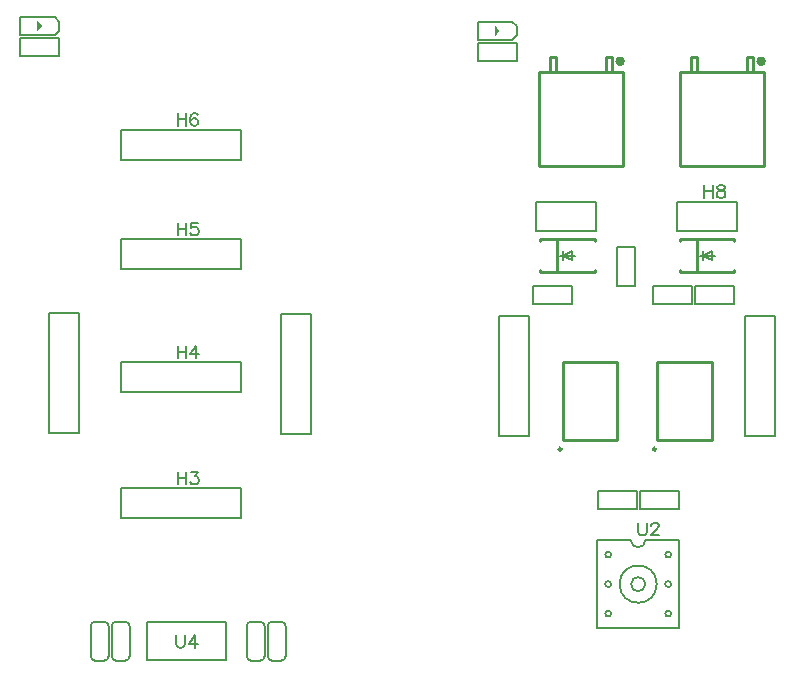
<source format=gto>
G04 Layer: TopSilkLayer*
G04 EasyEDA v6.4.19.4, 2021-06-11T14:51:01+08:00*
G04 1c108e45da03483e8fe651057a321652,2444bf6f38dc4a26b464d521983d9d6f,10*
G04 Gerber Generator version 0.2*
G04 Scale: 100 percent, Rotated: No, Reflected: No *
G04 Dimensions in millimeters *
G04 leading zeros omitted , absolute positions ,4 integer and 5 decimal *
%FSLAX45Y45*%
%MOMM*%

%ADD10C,0.2540*%
%ADD24C,0.4000*%
%ADD29C,0.1270*%
%ADD30C,0.2032*%
%ADD31C,0.2030*%
%ADD32C,0.2000*%
%ADD33C,0.2007*%
%ADD34C,0.1524*%

%LPD*%
D34*
X6197600Y8040115D02*
G01*
X6197600Y7931150D01*
X6270243Y8040115D02*
G01*
X6270243Y7931150D01*
X6197600Y7988300D02*
G01*
X6270243Y7988300D01*
X6330695Y8040115D02*
G01*
X6314947Y8035036D01*
X6309868Y8024621D01*
X6309868Y8014208D01*
X6314947Y8003794D01*
X6325361Y7998460D01*
X6346190Y7993379D01*
X6361684Y7988300D01*
X6372097Y7977886D01*
X6377431Y7967471D01*
X6377431Y7951723D01*
X6372097Y7941310D01*
X6367018Y7936229D01*
X6351270Y7931150D01*
X6330695Y7931150D01*
X6314947Y7936229D01*
X6309868Y7941310D01*
X6304534Y7951723D01*
X6304534Y7967471D01*
X6309868Y7977886D01*
X6320281Y7988300D01*
X6335775Y7993379D01*
X6356604Y7998460D01*
X6367018Y8003794D01*
X6372097Y8014208D01*
X6372097Y8024621D01*
X6367018Y8035036D01*
X6351270Y8040115D01*
X6330695Y8040115D01*
X5638800Y5182615D02*
G01*
X5638800Y5104637D01*
X5643879Y5089144D01*
X5654293Y5078729D01*
X5670041Y5073650D01*
X5680456Y5073650D01*
X5695950Y5078729D01*
X5706363Y5089144D01*
X5711443Y5104637D01*
X5711443Y5182615D01*
X5751068Y5156707D02*
G01*
X5751068Y5161787D01*
X5756147Y5172202D01*
X5761481Y5177536D01*
X5771895Y5182615D01*
X5792470Y5182615D01*
X5802884Y5177536D01*
X5808218Y5172202D01*
X5813297Y5161787D01*
X5813297Y5151373D01*
X5808218Y5140960D01*
X5797804Y5125465D01*
X5745734Y5073650D01*
X5818631Y5073650D01*
X1739900Y5614415D02*
G01*
X1739900Y5505450D01*
X1812544Y5614415D02*
G01*
X1812544Y5505450D01*
X1739900Y5562600D02*
G01*
X1812544Y5562600D01*
X1857247Y5614415D02*
G01*
X1914397Y5614415D01*
X1883410Y5572760D01*
X1898904Y5572760D01*
X1909318Y5567679D01*
X1914397Y5562600D01*
X1919731Y5546852D01*
X1919731Y5536437D01*
X1914397Y5520944D01*
X1903984Y5510529D01*
X1888489Y5505450D01*
X1872995Y5505450D01*
X1857247Y5510529D01*
X1852168Y5515610D01*
X1846834Y5526023D01*
X1739900Y6681215D02*
G01*
X1739900Y6572250D01*
X1812544Y6681215D02*
G01*
X1812544Y6572250D01*
X1739900Y6629400D02*
G01*
X1812544Y6629400D01*
X1898904Y6681215D02*
G01*
X1846834Y6608571D01*
X1924812Y6608571D01*
X1898904Y6681215D02*
G01*
X1898904Y6572250D01*
X1739900Y7722615D02*
G01*
X1739900Y7613650D01*
X1812544Y7722615D02*
G01*
X1812544Y7613650D01*
X1739900Y7670800D02*
G01*
X1812544Y7670800D01*
X1909318Y7722615D02*
G01*
X1857247Y7722615D01*
X1852168Y7675879D01*
X1857247Y7680960D01*
X1872995Y7686294D01*
X1888489Y7686294D01*
X1903984Y7680960D01*
X1914397Y7670800D01*
X1919731Y7655052D01*
X1919731Y7644637D01*
X1914397Y7629144D01*
X1903984Y7618729D01*
X1888489Y7613650D01*
X1872995Y7613650D01*
X1857247Y7618729D01*
X1852168Y7623810D01*
X1846834Y7634223D01*
X1739900Y8649715D02*
G01*
X1739900Y8540750D01*
X1812544Y8649715D02*
G01*
X1812544Y8540750D01*
X1739900Y8597900D02*
G01*
X1812544Y8597900D01*
X1909318Y8634221D02*
G01*
X1903984Y8644636D01*
X1888489Y8649715D01*
X1878076Y8649715D01*
X1862581Y8644636D01*
X1852168Y8628887D01*
X1846834Y8602979D01*
X1846834Y8577071D01*
X1852168Y8556244D01*
X1862581Y8545829D01*
X1878076Y8540750D01*
X1883410Y8540750D01*
X1898904Y8545829D01*
X1909318Y8556244D01*
X1914397Y8571737D01*
X1914397Y8577071D01*
X1909318Y8592565D01*
X1898904Y8602979D01*
X1883410Y8608060D01*
X1878076Y8608060D01*
X1862581Y8602979D01*
X1852168Y8592565D01*
X1846834Y8577071D01*
X1727200Y4230115D02*
G01*
X1727200Y4152137D01*
X1732279Y4136644D01*
X1742694Y4126229D01*
X1758442Y4121150D01*
X1768855Y4121150D01*
X1784350Y4126229D01*
X1794763Y4136644D01*
X1799844Y4152137D01*
X1799844Y4230115D01*
X1886204Y4230115D02*
G01*
X1834134Y4157471D01*
X1912112Y4157471D01*
X1886204Y4230115D02*
G01*
X1886204Y4121150D01*
G36*
X4425950Y9398000D02*
G01*
X4425950Y9296400D01*
X4464050Y9347200D01*
G37*
G36*
X552450Y9436100D02*
G01*
X552450Y9334500D01*
X590550Y9385300D01*
G37*
D29*
X6285738Y7442200D02*
G01*
X6158738Y7442200D01*
X6260338Y7442200D02*
G01*
X6260338Y7480300D01*
X6260338Y7480300D02*
G01*
X6184138Y7442200D01*
X6184138Y7442200D02*
G01*
X6184138Y7480300D01*
X6260338Y7442200D02*
G01*
X6260338Y7404100D01*
X6260338Y7404100D02*
G01*
X6184138Y7442200D01*
X6184138Y7442200D02*
G01*
X6184138Y7404100D01*
D10*
X6136640Y7302202D02*
G01*
X6136640Y7582199D01*
X5993002Y7582197D02*
G01*
X6452999Y7582199D01*
X5993002Y7302202D02*
G01*
X6452999Y7302200D01*
X5993002Y7582197D02*
G01*
X5993002Y7565313D01*
X5993002Y7319086D02*
G01*
X5993002Y7302202D01*
X6452999Y7582199D02*
G01*
X6452999Y7565313D01*
X6452999Y7319086D02*
G01*
X6452999Y7302200D01*
D29*
X5104638Y7442200D02*
G01*
X4977638Y7442200D01*
X5079238Y7442200D02*
G01*
X5079238Y7480300D01*
X5079238Y7480300D02*
G01*
X5003038Y7442200D01*
X5003038Y7442200D02*
G01*
X5003038Y7480300D01*
X5079238Y7442200D02*
G01*
X5079238Y7404100D01*
X5079238Y7404100D02*
G01*
X5003038Y7442200D01*
X5003038Y7442200D02*
G01*
X5003038Y7404100D01*
D10*
X4955540Y7302202D02*
G01*
X4955540Y7582199D01*
X4811902Y7582197D02*
G01*
X5271899Y7582199D01*
X4811902Y7302202D02*
G01*
X5271899Y7302200D01*
X4811902Y7582197D02*
G01*
X4811902Y7565313D01*
X4811902Y7319086D02*
G01*
X4811902Y7302202D01*
X5271899Y7582199D02*
G01*
X5271899Y7565313D01*
X5271899Y7319086D02*
G01*
X5271899Y7302200D01*
D30*
X5283200Y7899400D02*
G01*
X5283200Y7647939D01*
X4775200Y7647939D01*
X4775200Y7899400D01*
X5283200Y7899400D01*
X6477000Y7899400D02*
G01*
X6477000Y7647939D01*
X5969000Y7647939D01*
X5969000Y7899400D01*
X6477000Y7899400D01*
X4711700Y5918200D02*
G01*
X4457700Y5918200D01*
X4457700Y6934200D01*
X4711700Y6934200D01*
X4711700Y6743700D01*
D31*
X4711700Y5918200D02*
G01*
X4711700Y6743700D01*
D30*
X6794500Y5918200D02*
G01*
X6540500Y5918200D01*
X6540500Y6934200D01*
X6794500Y6934200D01*
X6794500Y6743700D01*
D31*
X6794500Y5918200D02*
G01*
X6794500Y6743700D01*
D30*
X4610105Y9309084D02*
G01*
X4572000Y9270984D01*
X4610105Y9309084D02*
G01*
X4610105Y9385284D01*
X4610105Y9385284D02*
G01*
X4572000Y9423384D01*
X4572000Y9423384D02*
G01*
X4279831Y9423466D01*
X4279831Y9271066D01*
X4572000Y9270984D01*
D10*
X6609994Y8997086D02*
G01*
X6609994Y9127083D01*
X6560004Y9127083D01*
X6560004Y8997086D01*
X6707301Y8202091D02*
G01*
X6707301Y8997086D01*
X5992698Y8997086D01*
X5992698Y8202091D01*
X6707301Y8202091D01*
X6137757Y8996679D02*
G01*
X6137757Y9126677D01*
X6087745Y9126677D01*
X6087745Y8996679D01*
X5416194Y8997086D02*
G01*
X5416194Y9127083D01*
X5366204Y9127083D01*
X5366204Y8997086D01*
X5513501Y8202091D02*
G01*
X5513501Y8997086D01*
X4798898Y8997086D01*
X4798898Y8202091D01*
X5513501Y8202091D01*
X4943957Y8996679D02*
G01*
X4943957Y9126677D01*
X4893945Y9126677D01*
X4893945Y8996679D01*
D30*
X5651578Y5295900D02*
G01*
X5981753Y5295900D01*
X5981753Y5448300D02*
G01*
X5651578Y5448300D01*
X5651578Y5448300D02*
G01*
X5651578Y5295900D01*
X5981753Y5295900D02*
G01*
X5981753Y5448300D01*
X6095921Y7188200D02*
G01*
X5765746Y7188200D01*
X5765746Y7035800D02*
G01*
X6095921Y7035800D01*
X6095921Y7035800D02*
G01*
X6095921Y7188200D01*
X5765746Y7188200D02*
G01*
X5765746Y7035800D01*
X6451521Y7188200D02*
G01*
X6121346Y7188200D01*
X6121346Y7035800D02*
G01*
X6451521Y7035800D01*
X6451521Y7035800D02*
G01*
X6451521Y7188200D01*
X6121346Y7188200D02*
G01*
X6121346Y7035800D01*
X4279978Y9093200D02*
G01*
X4610153Y9093200D01*
X4610153Y9245600D02*
G01*
X4279978Y9245600D01*
X4279978Y9245600D02*
G01*
X4279978Y9093200D01*
X4610153Y9093200D02*
G01*
X4610153Y9245600D01*
X5626021Y5448300D02*
G01*
X5295846Y5448300D01*
X5295846Y5295900D02*
G01*
X5626021Y5295900D01*
X5626021Y5295900D02*
G01*
X5626021Y5448300D01*
X5295846Y5448300D02*
G01*
X5295846Y5295900D01*
X4749878Y7035800D02*
G01*
X5080053Y7035800D01*
X5080053Y7188200D02*
G01*
X4749878Y7188200D01*
X4749878Y7188200D02*
G01*
X4749878Y7035800D01*
X5080053Y7035800D02*
G01*
X5080053Y7188200D01*
X5461000Y7518321D02*
G01*
X5461000Y7188146D01*
X5613400Y7188146D02*
G01*
X5613400Y7518321D01*
X5613400Y7518321D02*
G01*
X5461000Y7518321D01*
X5461000Y7188146D02*
G01*
X5613400Y7188146D01*
D32*
X5290499Y4285899D02*
G01*
X5987100Y4285899D01*
X5290499Y5035900D02*
G01*
X5576300Y5035900D01*
X5701299Y5035900D02*
G01*
X5987100Y5035900D01*
X5987100Y4285899D02*
G01*
X5987100Y5035900D01*
X5290499Y4285899D02*
G01*
X5290499Y5035900D01*
D10*
X5462402Y6540301D02*
G01*
X5462402Y5880298D01*
X5002397Y6540301D02*
G01*
X5462402Y6540301D01*
X5002397Y5880298D02*
G01*
X5002397Y6540301D01*
X5462402Y5880298D02*
G01*
X5002397Y5880298D01*
X6262502Y6540301D02*
G01*
X6262502Y5880298D01*
X5802497Y6540301D02*
G01*
X6262502Y6540301D01*
X5802497Y5880298D02*
G01*
X5802497Y6540301D01*
X6262502Y5880298D02*
G01*
X5802497Y5880298D01*
D30*
X1003300Y4305300D02*
G01*
X1003300Y4051300D01*
X1155700Y4051300D02*
G01*
X1155700Y4305300D01*
X1117600Y4343400D02*
G01*
X1041400Y4343400D01*
X1041400Y4013200D02*
G01*
X1117600Y4013200D01*
X1181100Y4305300D02*
G01*
X1181100Y4051300D01*
X1333500Y4051300D02*
G01*
X1333500Y4305300D01*
X1295400Y4343400D02*
G01*
X1219200Y4343400D01*
X1219200Y4013200D02*
G01*
X1295400Y4013200D01*
X2476500Y4051300D02*
G01*
X2476500Y4305300D01*
X2324100Y4305300D02*
G01*
X2324100Y4051300D01*
X2362200Y4013200D02*
G01*
X2438400Y4013200D01*
X2438400Y4343400D02*
G01*
X2362200Y4343400D01*
X2654300Y4051300D02*
G01*
X2654300Y4305300D01*
X2501900Y4305300D02*
G01*
X2501900Y4051300D01*
X2540000Y4013200D02*
G01*
X2616200Y4013200D01*
X2616200Y4343400D02*
G01*
X2540000Y4343400D01*
X901700Y5943600D02*
G01*
X647700Y5943600D01*
X647700Y6959600D01*
X901700Y6959600D01*
X901700Y6769100D01*
D31*
X901700Y5943600D02*
G01*
X901700Y6769100D01*
D30*
X2870200Y5930900D02*
G01*
X2616200Y5930900D01*
X2616200Y6946900D01*
X2870200Y6946900D01*
X2870200Y6756400D01*
D31*
X2870200Y5930900D02*
G01*
X2870200Y6756400D01*
D30*
X2273300Y5473700D02*
G01*
X2273300Y5219700D01*
X1257300Y5219700D01*
X1257300Y5473700D01*
X1447800Y5473700D01*
D31*
X2273300Y5473700D02*
G01*
X1447800Y5473700D01*
D30*
X2273300Y6540500D02*
G01*
X2273300Y6286500D01*
X1257300Y6286500D01*
X1257300Y6540500D01*
X1447800Y6540500D01*
D31*
X2273300Y6540500D02*
G01*
X1447800Y6540500D01*
D30*
X2273300Y7581900D02*
G01*
X2273300Y7327900D01*
X1257300Y7327900D01*
X1257300Y7581900D01*
X1447800Y7581900D01*
D31*
X2273300Y7581900D02*
G01*
X1447800Y7581900D01*
D30*
X2273300Y8509000D02*
G01*
X2273300Y8255000D01*
X1257300Y8255000D01*
X1257300Y8509000D01*
X1447800Y8509000D01*
D31*
X2273300Y8509000D02*
G01*
X1447800Y8509000D01*
D30*
X736605Y9347184D02*
G01*
X698500Y9309084D01*
X736605Y9347184D02*
G01*
X736605Y9423384D01*
X736605Y9423384D02*
G01*
X698500Y9461484D01*
X698500Y9461484D02*
G01*
X406331Y9461566D01*
X406331Y9309166D01*
X698500Y9309084D01*
X406478Y9131300D02*
G01*
X736653Y9131300D01*
X736653Y9283700D02*
G01*
X406478Y9283700D01*
X406478Y9283700D02*
G01*
X406478Y9131300D01*
X736653Y9131300D02*
G01*
X736653Y9283700D01*
D33*
X2151634Y4015486D02*
G01*
X1481581Y4015486D01*
X1481581Y4340352D01*
X2151634Y4340352D01*
X2151634Y4015486D01*
D24*
G75*
G01*
X6659880Y9087104D02*
G03*
X6659880Y9087358I20000J127D01*
G75*
G01*
X5466080Y9087104D02*
G03*
X5466080Y9087358I20000J127D01*
D32*
G75*
G01*
X5576301Y5035901D02*
G03*
X5701299Y5035901I62499J0D01*
D30*
G75*
G01*
X1003300Y4305300D02*
G02*
X1041400Y4343400I38100J0D01*
G75*
G01*
X1117600Y4343400D02*
G02*
X1155700Y4305300I0J-38100D01*
G75*
G01*
X1041400Y4013200D02*
G02*
X1003300Y4051300I0J38100D01*
G75*
G01*
X1155700Y4051300D02*
G02*
X1117600Y4013200I-38100J0D01*
G75*
G01*
X1181100Y4305300D02*
G02*
X1219200Y4343400I38100J0D01*
G75*
G01*
X1295400Y4343400D02*
G02*
X1333500Y4305300I0J-38100D01*
G75*
G01*
X1219200Y4013200D02*
G02*
X1181100Y4051300I0J38100D01*
G75*
G01*
X1333500Y4051300D02*
G02*
X1295400Y4013200I-38100J0D01*
G75*
G01*
X2476500Y4051300D02*
G02*
X2438400Y4013200I-38100J0D01*
G75*
G01*
X2362200Y4013200D02*
G02*
X2324100Y4051300I0J38100D01*
G75*
G01*
X2438400Y4343400D02*
G02*
X2476500Y4305300I0J-38100D01*
G75*
G01*
X2324100Y4305300D02*
G02*
X2362200Y4343400I38100J0D01*
G75*
G01*
X2654300Y4051300D02*
G02*
X2616200Y4013200I-38100J0D01*
G75*
G01*
X2540000Y4013200D02*
G02*
X2501900Y4051300I0J38100D01*
G75*
G01*
X2616200Y4343400D02*
G02*
X2654300Y4305300I0J-38100D01*
G75*
G01*
X2501900Y4305300D02*
G02*
X2540000Y4343400I38100J0D01*
D32*
G75*
G01
X5698795Y4660900D02*
G03X5698795Y4660900I-59995J0D01*
G75*
G01
X5409794Y4660900D02*
G03X5409794Y4660900I-24994J0D01*
G75*
G01
X5917794Y4660900D02*
G03X5917794Y4660900I-24994J0D01*
G75*
G01
X5409794Y4410888D02*
G03X5409794Y4410888I-24994J0D01*
G75*
G01
X5796305Y4660900D02*
G03X5796305Y4660900I-157505J0D01*
G75*
G01
X5917794Y4910887D02*
G03X5917794Y4910887I-24994J0D01*
G75*
G01
X5409794Y4910887D02*
G03X5409794Y4910887I-24994J0D01*
G75*
G01
X5917794Y4410888D02*
G03X5917794Y4410888I-24994J0D01*
D10*
G75*
G01
X4991113Y5803897D02*
G03X4991113Y5803897I-12700J0D01*
G75*
G01
X5791213Y5803897D02*
G03X5791213Y5803897I-12700J0D01*
M02*

</source>
